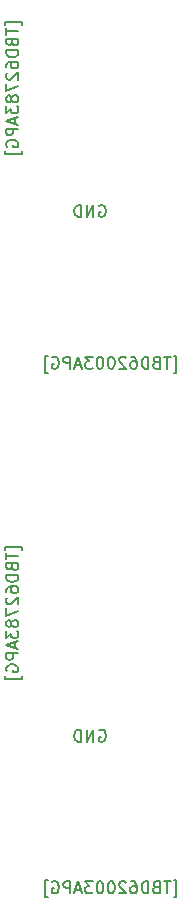
<source format=gbr>
%TF.GenerationSoftware,KiCad,Pcbnew,7.0.1*%
%TF.CreationDate,2023-05-14T01:33:17+09:00*%
%TF.ProjectId,___,62d8512e-6b69-4636-9164-5f7063625858,rev?*%
%TF.SameCoordinates,Original*%
%TF.FileFunction,Legend,Bot*%
%TF.FilePolarity,Positive*%
%FSLAX46Y46*%
G04 Gerber Fmt 4.6, Leading zero omitted, Abs format (unit mm)*
G04 Created by KiCad (PCBNEW 7.0.1) date 2023-05-14 01:33:17*
%MOMM*%
%LPD*%
G01*
G04 APERTURE LIST*
%ADD10C,0.150000*%
G04 APERTURE END LIST*
D10*
X205704290Y-61798552D02*
X205942385Y-61798552D01*
X205942385Y-61798552D02*
X205942385Y-60369980D01*
X205942385Y-60369980D02*
X205704290Y-60369980D01*
X205466194Y-60465219D02*
X204894766Y-60465219D01*
X205180480Y-61465219D02*
X205180480Y-60465219D01*
X204228099Y-60941409D02*
X204085242Y-60989028D01*
X204085242Y-60989028D02*
X204037623Y-61036647D01*
X204037623Y-61036647D02*
X203990004Y-61131885D01*
X203990004Y-61131885D02*
X203990004Y-61274742D01*
X203990004Y-61274742D02*
X204037623Y-61369980D01*
X204037623Y-61369980D02*
X204085242Y-61417600D01*
X204085242Y-61417600D02*
X204180480Y-61465219D01*
X204180480Y-61465219D02*
X204561432Y-61465219D01*
X204561432Y-61465219D02*
X204561432Y-60465219D01*
X204561432Y-60465219D02*
X204228099Y-60465219D01*
X204228099Y-60465219D02*
X204132861Y-60512838D01*
X204132861Y-60512838D02*
X204085242Y-60560457D01*
X204085242Y-60560457D02*
X204037623Y-60655695D01*
X204037623Y-60655695D02*
X204037623Y-60750933D01*
X204037623Y-60750933D02*
X204085242Y-60846171D01*
X204085242Y-60846171D02*
X204132861Y-60893790D01*
X204132861Y-60893790D02*
X204228099Y-60941409D01*
X204228099Y-60941409D02*
X204561432Y-60941409D01*
X203561432Y-61465219D02*
X203561432Y-60465219D01*
X203561432Y-60465219D02*
X203323337Y-60465219D01*
X203323337Y-60465219D02*
X203180480Y-60512838D01*
X203180480Y-60512838D02*
X203085242Y-60608076D01*
X203085242Y-60608076D02*
X203037623Y-60703314D01*
X203037623Y-60703314D02*
X202990004Y-60893790D01*
X202990004Y-60893790D02*
X202990004Y-61036647D01*
X202990004Y-61036647D02*
X203037623Y-61227123D01*
X203037623Y-61227123D02*
X203085242Y-61322361D01*
X203085242Y-61322361D02*
X203180480Y-61417600D01*
X203180480Y-61417600D02*
X203323337Y-61465219D01*
X203323337Y-61465219D02*
X203561432Y-61465219D01*
X202132861Y-60465219D02*
X202323337Y-60465219D01*
X202323337Y-60465219D02*
X202418575Y-60512838D01*
X202418575Y-60512838D02*
X202466194Y-60560457D01*
X202466194Y-60560457D02*
X202561432Y-60703314D01*
X202561432Y-60703314D02*
X202609051Y-60893790D01*
X202609051Y-60893790D02*
X202609051Y-61274742D01*
X202609051Y-61274742D02*
X202561432Y-61369980D01*
X202561432Y-61369980D02*
X202513813Y-61417600D01*
X202513813Y-61417600D02*
X202418575Y-61465219D01*
X202418575Y-61465219D02*
X202228099Y-61465219D01*
X202228099Y-61465219D02*
X202132861Y-61417600D01*
X202132861Y-61417600D02*
X202085242Y-61369980D01*
X202085242Y-61369980D02*
X202037623Y-61274742D01*
X202037623Y-61274742D02*
X202037623Y-61036647D01*
X202037623Y-61036647D02*
X202085242Y-60941409D01*
X202085242Y-60941409D02*
X202132861Y-60893790D01*
X202132861Y-60893790D02*
X202228099Y-60846171D01*
X202228099Y-60846171D02*
X202418575Y-60846171D01*
X202418575Y-60846171D02*
X202513813Y-60893790D01*
X202513813Y-60893790D02*
X202561432Y-60941409D01*
X202561432Y-60941409D02*
X202609051Y-61036647D01*
X201656670Y-60560457D02*
X201609051Y-60512838D01*
X201609051Y-60512838D02*
X201513813Y-60465219D01*
X201513813Y-60465219D02*
X201275718Y-60465219D01*
X201275718Y-60465219D02*
X201180480Y-60512838D01*
X201180480Y-60512838D02*
X201132861Y-60560457D01*
X201132861Y-60560457D02*
X201085242Y-60655695D01*
X201085242Y-60655695D02*
X201085242Y-60750933D01*
X201085242Y-60750933D02*
X201132861Y-60893790D01*
X201132861Y-60893790D02*
X201704289Y-61465219D01*
X201704289Y-61465219D02*
X201085242Y-61465219D01*
X200466194Y-60465219D02*
X200370956Y-60465219D01*
X200370956Y-60465219D02*
X200275718Y-60512838D01*
X200275718Y-60512838D02*
X200228099Y-60560457D01*
X200228099Y-60560457D02*
X200180480Y-60655695D01*
X200180480Y-60655695D02*
X200132861Y-60846171D01*
X200132861Y-60846171D02*
X200132861Y-61084266D01*
X200132861Y-61084266D02*
X200180480Y-61274742D01*
X200180480Y-61274742D02*
X200228099Y-61369980D01*
X200228099Y-61369980D02*
X200275718Y-61417600D01*
X200275718Y-61417600D02*
X200370956Y-61465219D01*
X200370956Y-61465219D02*
X200466194Y-61465219D01*
X200466194Y-61465219D02*
X200561432Y-61417600D01*
X200561432Y-61417600D02*
X200609051Y-61369980D01*
X200609051Y-61369980D02*
X200656670Y-61274742D01*
X200656670Y-61274742D02*
X200704289Y-61084266D01*
X200704289Y-61084266D02*
X200704289Y-60846171D01*
X200704289Y-60846171D02*
X200656670Y-60655695D01*
X200656670Y-60655695D02*
X200609051Y-60560457D01*
X200609051Y-60560457D02*
X200561432Y-60512838D01*
X200561432Y-60512838D02*
X200466194Y-60465219D01*
X199513813Y-60465219D02*
X199418575Y-60465219D01*
X199418575Y-60465219D02*
X199323337Y-60512838D01*
X199323337Y-60512838D02*
X199275718Y-60560457D01*
X199275718Y-60560457D02*
X199228099Y-60655695D01*
X199228099Y-60655695D02*
X199180480Y-60846171D01*
X199180480Y-60846171D02*
X199180480Y-61084266D01*
X199180480Y-61084266D02*
X199228099Y-61274742D01*
X199228099Y-61274742D02*
X199275718Y-61369980D01*
X199275718Y-61369980D02*
X199323337Y-61417600D01*
X199323337Y-61417600D02*
X199418575Y-61465219D01*
X199418575Y-61465219D02*
X199513813Y-61465219D01*
X199513813Y-61465219D02*
X199609051Y-61417600D01*
X199609051Y-61417600D02*
X199656670Y-61369980D01*
X199656670Y-61369980D02*
X199704289Y-61274742D01*
X199704289Y-61274742D02*
X199751908Y-61084266D01*
X199751908Y-61084266D02*
X199751908Y-60846171D01*
X199751908Y-60846171D02*
X199704289Y-60655695D01*
X199704289Y-60655695D02*
X199656670Y-60560457D01*
X199656670Y-60560457D02*
X199609051Y-60512838D01*
X199609051Y-60512838D02*
X199513813Y-60465219D01*
X198847146Y-60465219D02*
X198228099Y-60465219D01*
X198228099Y-60465219D02*
X198561432Y-60846171D01*
X198561432Y-60846171D02*
X198418575Y-60846171D01*
X198418575Y-60846171D02*
X198323337Y-60893790D01*
X198323337Y-60893790D02*
X198275718Y-60941409D01*
X198275718Y-60941409D02*
X198228099Y-61036647D01*
X198228099Y-61036647D02*
X198228099Y-61274742D01*
X198228099Y-61274742D02*
X198275718Y-61369980D01*
X198275718Y-61369980D02*
X198323337Y-61417600D01*
X198323337Y-61417600D02*
X198418575Y-61465219D01*
X198418575Y-61465219D02*
X198704289Y-61465219D01*
X198704289Y-61465219D02*
X198799527Y-61417600D01*
X198799527Y-61417600D02*
X198847146Y-61369980D01*
X197847146Y-61179504D02*
X197370956Y-61179504D01*
X197942384Y-61465219D02*
X197609051Y-60465219D01*
X197609051Y-60465219D02*
X197275718Y-61465219D01*
X196942384Y-61465219D02*
X196942384Y-60465219D01*
X196942384Y-60465219D02*
X196561432Y-60465219D01*
X196561432Y-60465219D02*
X196466194Y-60512838D01*
X196466194Y-60512838D02*
X196418575Y-60560457D01*
X196418575Y-60560457D02*
X196370956Y-60655695D01*
X196370956Y-60655695D02*
X196370956Y-60798552D01*
X196370956Y-60798552D02*
X196418575Y-60893790D01*
X196418575Y-60893790D02*
X196466194Y-60941409D01*
X196466194Y-60941409D02*
X196561432Y-60989028D01*
X196561432Y-60989028D02*
X196942384Y-60989028D01*
X195418575Y-60512838D02*
X195513813Y-60465219D01*
X195513813Y-60465219D02*
X195656670Y-60465219D01*
X195656670Y-60465219D02*
X195799527Y-60512838D01*
X195799527Y-60512838D02*
X195894765Y-60608076D01*
X195894765Y-60608076D02*
X195942384Y-60703314D01*
X195942384Y-60703314D02*
X195990003Y-60893790D01*
X195990003Y-60893790D02*
X195990003Y-61036647D01*
X195990003Y-61036647D02*
X195942384Y-61227123D01*
X195942384Y-61227123D02*
X195894765Y-61322361D01*
X195894765Y-61322361D02*
X195799527Y-61417600D01*
X195799527Y-61417600D02*
X195656670Y-61465219D01*
X195656670Y-61465219D02*
X195561432Y-61465219D01*
X195561432Y-61465219D02*
X195418575Y-61417600D01*
X195418575Y-61417600D02*
X195370956Y-61369980D01*
X195370956Y-61369980D02*
X195370956Y-61036647D01*
X195370956Y-61036647D02*
X195561432Y-61036647D01*
X195037622Y-61798552D02*
X194799527Y-61798552D01*
X194799527Y-61798552D02*
X194799527Y-60369980D01*
X194799527Y-60369980D02*
X195037622Y-60369980D01*
X205704290Y-106216552D02*
X205942385Y-106216552D01*
X205942385Y-106216552D02*
X205942385Y-104787980D01*
X205942385Y-104787980D02*
X205704290Y-104787980D01*
X205466194Y-104883219D02*
X204894766Y-104883219D01*
X205180480Y-105883219D02*
X205180480Y-104883219D01*
X204228099Y-105359409D02*
X204085242Y-105407028D01*
X204085242Y-105407028D02*
X204037623Y-105454647D01*
X204037623Y-105454647D02*
X203990004Y-105549885D01*
X203990004Y-105549885D02*
X203990004Y-105692742D01*
X203990004Y-105692742D02*
X204037623Y-105787980D01*
X204037623Y-105787980D02*
X204085242Y-105835600D01*
X204085242Y-105835600D02*
X204180480Y-105883219D01*
X204180480Y-105883219D02*
X204561432Y-105883219D01*
X204561432Y-105883219D02*
X204561432Y-104883219D01*
X204561432Y-104883219D02*
X204228099Y-104883219D01*
X204228099Y-104883219D02*
X204132861Y-104930838D01*
X204132861Y-104930838D02*
X204085242Y-104978457D01*
X204085242Y-104978457D02*
X204037623Y-105073695D01*
X204037623Y-105073695D02*
X204037623Y-105168933D01*
X204037623Y-105168933D02*
X204085242Y-105264171D01*
X204085242Y-105264171D02*
X204132861Y-105311790D01*
X204132861Y-105311790D02*
X204228099Y-105359409D01*
X204228099Y-105359409D02*
X204561432Y-105359409D01*
X203561432Y-105883219D02*
X203561432Y-104883219D01*
X203561432Y-104883219D02*
X203323337Y-104883219D01*
X203323337Y-104883219D02*
X203180480Y-104930838D01*
X203180480Y-104930838D02*
X203085242Y-105026076D01*
X203085242Y-105026076D02*
X203037623Y-105121314D01*
X203037623Y-105121314D02*
X202990004Y-105311790D01*
X202990004Y-105311790D02*
X202990004Y-105454647D01*
X202990004Y-105454647D02*
X203037623Y-105645123D01*
X203037623Y-105645123D02*
X203085242Y-105740361D01*
X203085242Y-105740361D02*
X203180480Y-105835600D01*
X203180480Y-105835600D02*
X203323337Y-105883219D01*
X203323337Y-105883219D02*
X203561432Y-105883219D01*
X202132861Y-104883219D02*
X202323337Y-104883219D01*
X202323337Y-104883219D02*
X202418575Y-104930838D01*
X202418575Y-104930838D02*
X202466194Y-104978457D01*
X202466194Y-104978457D02*
X202561432Y-105121314D01*
X202561432Y-105121314D02*
X202609051Y-105311790D01*
X202609051Y-105311790D02*
X202609051Y-105692742D01*
X202609051Y-105692742D02*
X202561432Y-105787980D01*
X202561432Y-105787980D02*
X202513813Y-105835600D01*
X202513813Y-105835600D02*
X202418575Y-105883219D01*
X202418575Y-105883219D02*
X202228099Y-105883219D01*
X202228099Y-105883219D02*
X202132861Y-105835600D01*
X202132861Y-105835600D02*
X202085242Y-105787980D01*
X202085242Y-105787980D02*
X202037623Y-105692742D01*
X202037623Y-105692742D02*
X202037623Y-105454647D01*
X202037623Y-105454647D02*
X202085242Y-105359409D01*
X202085242Y-105359409D02*
X202132861Y-105311790D01*
X202132861Y-105311790D02*
X202228099Y-105264171D01*
X202228099Y-105264171D02*
X202418575Y-105264171D01*
X202418575Y-105264171D02*
X202513813Y-105311790D01*
X202513813Y-105311790D02*
X202561432Y-105359409D01*
X202561432Y-105359409D02*
X202609051Y-105454647D01*
X201656670Y-104978457D02*
X201609051Y-104930838D01*
X201609051Y-104930838D02*
X201513813Y-104883219D01*
X201513813Y-104883219D02*
X201275718Y-104883219D01*
X201275718Y-104883219D02*
X201180480Y-104930838D01*
X201180480Y-104930838D02*
X201132861Y-104978457D01*
X201132861Y-104978457D02*
X201085242Y-105073695D01*
X201085242Y-105073695D02*
X201085242Y-105168933D01*
X201085242Y-105168933D02*
X201132861Y-105311790D01*
X201132861Y-105311790D02*
X201704289Y-105883219D01*
X201704289Y-105883219D02*
X201085242Y-105883219D01*
X200466194Y-104883219D02*
X200370956Y-104883219D01*
X200370956Y-104883219D02*
X200275718Y-104930838D01*
X200275718Y-104930838D02*
X200228099Y-104978457D01*
X200228099Y-104978457D02*
X200180480Y-105073695D01*
X200180480Y-105073695D02*
X200132861Y-105264171D01*
X200132861Y-105264171D02*
X200132861Y-105502266D01*
X200132861Y-105502266D02*
X200180480Y-105692742D01*
X200180480Y-105692742D02*
X200228099Y-105787980D01*
X200228099Y-105787980D02*
X200275718Y-105835600D01*
X200275718Y-105835600D02*
X200370956Y-105883219D01*
X200370956Y-105883219D02*
X200466194Y-105883219D01*
X200466194Y-105883219D02*
X200561432Y-105835600D01*
X200561432Y-105835600D02*
X200609051Y-105787980D01*
X200609051Y-105787980D02*
X200656670Y-105692742D01*
X200656670Y-105692742D02*
X200704289Y-105502266D01*
X200704289Y-105502266D02*
X200704289Y-105264171D01*
X200704289Y-105264171D02*
X200656670Y-105073695D01*
X200656670Y-105073695D02*
X200609051Y-104978457D01*
X200609051Y-104978457D02*
X200561432Y-104930838D01*
X200561432Y-104930838D02*
X200466194Y-104883219D01*
X199513813Y-104883219D02*
X199418575Y-104883219D01*
X199418575Y-104883219D02*
X199323337Y-104930838D01*
X199323337Y-104930838D02*
X199275718Y-104978457D01*
X199275718Y-104978457D02*
X199228099Y-105073695D01*
X199228099Y-105073695D02*
X199180480Y-105264171D01*
X199180480Y-105264171D02*
X199180480Y-105502266D01*
X199180480Y-105502266D02*
X199228099Y-105692742D01*
X199228099Y-105692742D02*
X199275718Y-105787980D01*
X199275718Y-105787980D02*
X199323337Y-105835600D01*
X199323337Y-105835600D02*
X199418575Y-105883219D01*
X199418575Y-105883219D02*
X199513813Y-105883219D01*
X199513813Y-105883219D02*
X199609051Y-105835600D01*
X199609051Y-105835600D02*
X199656670Y-105787980D01*
X199656670Y-105787980D02*
X199704289Y-105692742D01*
X199704289Y-105692742D02*
X199751908Y-105502266D01*
X199751908Y-105502266D02*
X199751908Y-105264171D01*
X199751908Y-105264171D02*
X199704289Y-105073695D01*
X199704289Y-105073695D02*
X199656670Y-104978457D01*
X199656670Y-104978457D02*
X199609051Y-104930838D01*
X199609051Y-104930838D02*
X199513813Y-104883219D01*
X198847146Y-104883219D02*
X198228099Y-104883219D01*
X198228099Y-104883219D02*
X198561432Y-105264171D01*
X198561432Y-105264171D02*
X198418575Y-105264171D01*
X198418575Y-105264171D02*
X198323337Y-105311790D01*
X198323337Y-105311790D02*
X198275718Y-105359409D01*
X198275718Y-105359409D02*
X198228099Y-105454647D01*
X198228099Y-105454647D02*
X198228099Y-105692742D01*
X198228099Y-105692742D02*
X198275718Y-105787980D01*
X198275718Y-105787980D02*
X198323337Y-105835600D01*
X198323337Y-105835600D02*
X198418575Y-105883219D01*
X198418575Y-105883219D02*
X198704289Y-105883219D01*
X198704289Y-105883219D02*
X198799527Y-105835600D01*
X198799527Y-105835600D02*
X198847146Y-105787980D01*
X197847146Y-105597504D02*
X197370956Y-105597504D01*
X197942384Y-105883219D02*
X197609051Y-104883219D01*
X197609051Y-104883219D02*
X197275718Y-105883219D01*
X196942384Y-105883219D02*
X196942384Y-104883219D01*
X196942384Y-104883219D02*
X196561432Y-104883219D01*
X196561432Y-104883219D02*
X196466194Y-104930838D01*
X196466194Y-104930838D02*
X196418575Y-104978457D01*
X196418575Y-104978457D02*
X196370956Y-105073695D01*
X196370956Y-105073695D02*
X196370956Y-105216552D01*
X196370956Y-105216552D02*
X196418575Y-105311790D01*
X196418575Y-105311790D02*
X196466194Y-105359409D01*
X196466194Y-105359409D02*
X196561432Y-105407028D01*
X196561432Y-105407028D02*
X196942384Y-105407028D01*
X195418575Y-104930838D02*
X195513813Y-104883219D01*
X195513813Y-104883219D02*
X195656670Y-104883219D01*
X195656670Y-104883219D02*
X195799527Y-104930838D01*
X195799527Y-104930838D02*
X195894765Y-105026076D01*
X195894765Y-105026076D02*
X195942384Y-105121314D01*
X195942384Y-105121314D02*
X195990003Y-105311790D01*
X195990003Y-105311790D02*
X195990003Y-105454647D01*
X195990003Y-105454647D02*
X195942384Y-105645123D01*
X195942384Y-105645123D02*
X195894765Y-105740361D01*
X195894765Y-105740361D02*
X195799527Y-105835600D01*
X195799527Y-105835600D02*
X195656670Y-105883219D01*
X195656670Y-105883219D02*
X195561432Y-105883219D01*
X195561432Y-105883219D02*
X195418575Y-105835600D01*
X195418575Y-105835600D02*
X195370956Y-105787980D01*
X195370956Y-105787980D02*
X195370956Y-105454647D01*
X195370956Y-105454647D02*
X195561432Y-105454647D01*
X195037622Y-106216552D02*
X194799527Y-106216552D01*
X194799527Y-106216552D02*
X194799527Y-104787980D01*
X194799527Y-104787980D02*
X195037622Y-104787980D01*
X192875452Y-32381809D02*
X192875452Y-32143714D01*
X192875452Y-32143714D02*
X191446880Y-32143714D01*
X191446880Y-32143714D02*
X191446880Y-32381809D01*
X191542119Y-32619905D02*
X191542119Y-33191333D01*
X192542119Y-32905619D02*
X191542119Y-32905619D01*
X192018309Y-33858000D02*
X192065928Y-34000857D01*
X192065928Y-34000857D02*
X192113547Y-34048476D01*
X192113547Y-34048476D02*
X192208785Y-34096095D01*
X192208785Y-34096095D02*
X192351642Y-34096095D01*
X192351642Y-34096095D02*
X192446880Y-34048476D01*
X192446880Y-34048476D02*
X192494500Y-34000857D01*
X192494500Y-34000857D02*
X192542119Y-33905619D01*
X192542119Y-33905619D02*
X192542119Y-33524667D01*
X192542119Y-33524667D02*
X191542119Y-33524667D01*
X191542119Y-33524667D02*
X191542119Y-33858000D01*
X191542119Y-33858000D02*
X191589738Y-33953238D01*
X191589738Y-33953238D02*
X191637357Y-34000857D01*
X191637357Y-34000857D02*
X191732595Y-34048476D01*
X191732595Y-34048476D02*
X191827833Y-34048476D01*
X191827833Y-34048476D02*
X191923071Y-34000857D01*
X191923071Y-34000857D02*
X191970690Y-33953238D01*
X191970690Y-33953238D02*
X192018309Y-33858000D01*
X192018309Y-33858000D02*
X192018309Y-33524667D01*
X192542119Y-34524667D02*
X191542119Y-34524667D01*
X191542119Y-34524667D02*
X191542119Y-34762762D01*
X191542119Y-34762762D02*
X191589738Y-34905619D01*
X191589738Y-34905619D02*
X191684976Y-35000857D01*
X191684976Y-35000857D02*
X191780214Y-35048476D01*
X191780214Y-35048476D02*
X191970690Y-35096095D01*
X191970690Y-35096095D02*
X192113547Y-35096095D01*
X192113547Y-35096095D02*
X192304023Y-35048476D01*
X192304023Y-35048476D02*
X192399261Y-35000857D01*
X192399261Y-35000857D02*
X192494500Y-34905619D01*
X192494500Y-34905619D02*
X192542119Y-34762762D01*
X192542119Y-34762762D02*
X192542119Y-34524667D01*
X191542119Y-35953238D02*
X191542119Y-35762762D01*
X191542119Y-35762762D02*
X191589738Y-35667524D01*
X191589738Y-35667524D02*
X191637357Y-35619905D01*
X191637357Y-35619905D02*
X191780214Y-35524667D01*
X191780214Y-35524667D02*
X191970690Y-35477048D01*
X191970690Y-35477048D02*
X192351642Y-35477048D01*
X192351642Y-35477048D02*
X192446880Y-35524667D01*
X192446880Y-35524667D02*
X192494500Y-35572286D01*
X192494500Y-35572286D02*
X192542119Y-35667524D01*
X192542119Y-35667524D02*
X192542119Y-35858000D01*
X192542119Y-35858000D02*
X192494500Y-35953238D01*
X192494500Y-35953238D02*
X192446880Y-36000857D01*
X192446880Y-36000857D02*
X192351642Y-36048476D01*
X192351642Y-36048476D02*
X192113547Y-36048476D01*
X192113547Y-36048476D02*
X192018309Y-36000857D01*
X192018309Y-36000857D02*
X191970690Y-35953238D01*
X191970690Y-35953238D02*
X191923071Y-35858000D01*
X191923071Y-35858000D02*
X191923071Y-35667524D01*
X191923071Y-35667524D02*
X191970690Y-35572286D01*
X191970690Y-35572286D02*
X192018309Y-35524667D01*
X192018309Y-35524667D02*
X192113547Y-35477048D01*
X191637357Y-36429429D02*
X191589738Y-36477048D01*
X191589738Y-36477048D02*
X191542119Y-36572286D01*
X191542119Y-36572286D02*
X191542119Y-36810381D01*
X191542119Y-36810381D02*
X191589738Y-36905619D01*
X191589738Y-36905619D02*
X191637357Y-36953238D01*
X191637357Y-36953238D02*
X191732595Y-37000857D01*
X191732595Y-37000857D02*
X191827833Y-37000857D01*
X191827833Y-37000857D02*
X191970690Y-36953238D01*
X191970690Y-36953238D02*
X192542119Y-36381810D01*
X192542119Y-36381810D02*
X192542119Y-37000857D01*
X191542119Y-37334191D02*
X191542119Y-38000857D01*
X191542119Y-38000857D02*
X192542119Y-37572286D01*
X191970690Y-38524667D02*
X191923071Y-38429429D01*
X191923071Y-38429429D02*
X191875452Y-38381810D01*
X191875452Y-38381810D02*
X191780214Y-38334191D01*
X191780214Y-38334191D02*
X191732595Y-38334191D01*
X191732595Y-38334191D02*
X191637357Y-38381810D01*
X191637357Y-38381810D02*
X191589738Y-38429429D01*
X191589738Y-38429429D02*
X191542119Y-38524667D01*
X191542119Y-38524667D02*
X191542119Y-38715143D01*
X191542119Y-38715143D02*
X191589738Y-38810381D01*
X191589738Y-38810381D02*
X191637357Y-38858000D01*
X191637357Y-38858000D02*
X191732595Y-38905619D01*
X191732595Y-38905619D02*
X191780214Y-38905619D01*
X191780214Y-38905619D02*
X191875452Y-38858000D01*
X191875452Y-38858000D02*
X191923071Y-38810381D01*
X191923071Y-38810381D02*
X191970690Y-38715143D01*
X191970690Y-38715143D02*
X191970690Y-38524667D01*
X191970690Y-38524667D02*
X192018309Y-38429429D01*
X192018309Y-38429429D02*
X192065928Y-38381810D01*
X192065928Y-38381810D02*
X192161166Y-38334191D01*
X192161166Y-38334191D02*
X192351642Y-38334191D01*
X192351642Y-38334191D02*
X192446880Y-38381810D01*
X192446880Y-38381810D02*
X192494500Y-38429429D01*
X192494500Y-38429429D02*
X192542119Y-38524667D01*
X192542119Y-38524667D02*
X192542119Y-38715143D01*
X192542119Y-38715143D02*
X192494500Y-38810381D01*
X192494500Y-38810381D02*
X192446880Y-38858000D01*
X192446880Y-38858000D02*
X192351642Y-38905619D01*
X192351642Y-38905619D02*
X192161166Y-38905619D01*
X192161166Y-38905619D02*
X192065928Y-38858000D01*
X192065928Y-38858000D02*
X192018309Y-38810381D01*
X192018309Y-38810381D02*
X191970690Y-38715143D01*
X191542119Y-39238953D02*
X191542119Y-39858000D01*
X191542119Y-39858000D02*
X191923071Y-39524667D01*
X191923071Y-39524667D02*
X191923071Y-39667524D01*
X191923071Y-39667524D02*
X191970690Y-39762762D01*
X191970690Y-39762762D02*
X192018309Y-39810381D01*
X192018309Y-39810381D02*
X192113547Y-39858000D01*
X192113547Y-39858000D02*
X192351642Y-39858000D01*
X192351642Y-39858000D02*
X192446880Y-39810381D01*
X192446880Y-39810381D02*
X192494500Y-39762762D01*
X192494500Y-39762762D02*
X192542119Y-39667524D01*
X192542119Y-39667524D02*
X192542119Y-39381810D01*
X192542119Y-39381810D02*
X192494500Y-39286572D01*
X192494500Y-39286572D02*
X192446880Y-39238953D01*
X192256404Y-40238953D02*
X192256404Y-40715143D01*
X192542119Y-40143715D02*
X191542119Y-40477048D01*
X191542119Y-40477048D02*
X192542119Y-40810381D01*
X192542119Y-41143715D02*
X191542119Y-41143715D01*
X191542119Y-41143715D02*
X191542119Y-41524667D01*
X191542119Y-41524667D02*
X191589738Y-41619905D01*
X191589738Y-41619905D02*
X191637357Y-41667524D01*
X191637357Y-41667524D02*
X191732595Y-41715143D01*
X191732595Y-41715143D02*
X191875452Y-41715143D01*
X191875452Y-41715143D02*
X191970690Y-41667524D01*
X191970690Y-41667524D02*
X192018309Y-41619905D01*
X192018309Y-41619905D02*
X192065928Y-41524667D01*
X192065928Y-41524667D02*
X192065928Y-41143715D01*
X191589738Y-42667524D02*
X191542119Y-42572286D01*
X191542119Y-42572286D02*
X191542119Y-42429429D01*
X191542119Y-42429429D02*
X191589738Y-42286572D01*
X191589738Y-42286572D02*
X191684976Y-42191334D01*
X191684976Y-42191334D02*
X191780214Y-42143715D01*
X191780214Y-42143715D02*
X191970690Y-42096096D01*
X191970690Y-42096096D02*
X192113547Y-42096096D01*
X192113547Y-42096096D02*
X192304023Y-42143715D01*
X192304023Y-42143715D02*
X192399261Y-42191334D01*
X192399261Y-42191334D02*
X192494500Y-42286572D01*
X192494500Y-42286572D02*
X192542119Y-42429429D01*
X192542119Y-42429429D02*
X192542119Y-42524667D01*
X192542119Y-42524667D02*
X192494500Y-42667524D01*
X192494500Y-42667524D02*
X192446880Y-42715143D01*
X192446880Y-42715143D02*
X192113547Y-42715143D01*
X192113547Y-42715143D02*
X192113547Y-42524667D01*
X192875452Y-43048477D02*
X192875452Y-43286572D01*
X192875452Y-43286572D02*
X191446880Y-43286572D01*
X191446880Y-43286572D02*
X191446880Y-43048477D01*
X192875452Y-76799809D02*
X192875452Y-76561714D01*
X192875452Y-76561714D02*
X191446880Y-76561714D01*
X191446880Y-76561714D02*
X191446880Y-76799809D01*
X191542119Y-77037905D02*
X191542119Y-77609333D01*
X192542119Y-77323619D02*
X191542119Y-77323619D01*
X192018309Y-78276000D02*
X192065928Y-78418857D01*
X192065928Y-78418857D02*
X192113547Y-78466476D01*
X192113547Y-78466476D02*
X192208785Y-78514095D01*
X192208785Y-78514095D02*
X192351642Y-78514095D01*
X192351642Y-78514095D02*
X192446880Y-78466476D01*
X192446880Y-78466476D02*
X192494500Y-78418857D01*
X192494500Y-78418857D02*
X192542119Y-78323619D01*
X192542119Y-78323619D02*
X192542119Y-77942667D01*
X192542119Y-77942667D02*
X191542119Y-77942667D01*
X191542119Y-77942667D02*
X191542119Y-78276000D01*
X191542119Y-78276000D02*
X191589738Y-78371238D01*
X191589738Y-78371238D02*
X191637357Y-78418857D01*
X191637357Y-78418857D02*
X191732595Y-78466476D01*
X191732595Y-78466476D02*
X191827833Y-78466476D01*
X191827833Y-78466476D02*
X191923071Y-78418857D01*
X191923071Y-78418857D02*
X191970690Y-78371238D01*
X191970690Y-78371238D02*
X192018309Y-78276000D01*
X192018309Y-78276000D02*
X192018309Y-77942667D01*
X192542119Y-78942667D02*
X191542119Y-78942667D01*
X191542119Y-78942667D02*
X191542119Y-79180762D01*
X191542119Y-79180762D02*
X191589738Y-79323619D01*
X191589738Y-79323619D02*
X191684976Y-79418857D01*
X191684976Y-79418857D02*
X191780214Y-79466476D01*
X191780214Y-79466476D02*
X191970690Y-79514095D01*
X191970690Y-79514095D02*
X192113547Y-79514095D01*
X192113547Y-79514095D02*
X192304023Y-79466476D01*
X192304023Y-79466476D02*
X192399261Y-79418857D01*
X192399261Y-79418857D02*
X192494500Y-79323619D01*
X192494500Y-79323619D02*
X192542119Y-79180762D01*
X192542119Y-79180762D02*
X192542119Y-78942667D01*
X191542119Y-80371238D02*
X191542119Y-80180762D01*
X191542119Y-80180762D02*
X191589738Y-80085524D01*
X191589738Y-80085524D02*
X191637357Y-80037905D01*
X191637357Y-80037905D02*
X191780214Y-79942667D01*
X191780214Y-79942667D02*
X191970690Y-79895048D01*
X191970690Y-79895048D02*
X192351642Y-79895048D01*
X192351642Y-79895048D02*
X192446880Y-79942667D01*
X192446880Y-79942667D02*
X192494500Y-79990286D01*
X192494500Y-79990286D02*
X192542119Y-80085524D01*
X192542119Y-80085524D02*
X192542119Y-80276000D01*
X192542119Y-80276000D02*
X192494500Y-80371238D01*
X192494500Y-80371238D02*
X192446880Y-80418857D01*
X192446880Y-80418857D02*
X192351642Y-80466476D01*
X192351642Y-80466476D02*
X192113547Y-80466476D01*
X192113547Y-80466476D02*
X192018309Y-80418857D01*
X192018309Y-80418857D02*
X191970690Y-80371238D01*
X191970690Y-80371238D02*
X191923071Y-80276000D01*
X191923071Y-80276000D02*
X191923071Y-80085524D01*
X191923071Y-80085524D02*
X191970690Y-79990286D01*
X191970690Y-79990286D02*
X192018309Y-79942667D01*
X192018309Y-79942667D02*
X192113547Y-79895048D01*
X191637357Y-80847429D02*
X191589738Y-80895048D01*
X191589738Y-80895048D02*
X191542119Y-80990286D01*
X191542119Y-80990286D02*
X191542119Y-81228381D01*
X191542119Y-81228381D02*
X191589738Y-81323619D01*
X191589738Y-81323619D02*
X191637357Y-81371238D01*
X191637357Y-81371238D02*
X191732595Y-81418857D01*
X191732595Y-81418857D02*
X191827833Y-81418857D01*
X191827833Y-81418857D02*
X191970690Y-81371238D01*
X191970690Y-81371238D02*
X192542119Y-80799810D01*
X192542119Y-80799810D02*
X192542119Y-81418857D01*
X191542119Y-81752191D02*
X191542119Y-82418857D01*
X191542119Y-82418857D02*
X192542119Y-81990286D01*
X191970690Y-82942667D02*
X191923071Y-82847429D01*
X191923071Y-82847429D02*
X191875452Y-82799810D01*
X191875452Y-82799810D02*
X191780214Y-82752191D01*
X191780214Y-82752191D02*
X191732595Y-82752191D01*
X191732595Y-82752191D02*
X191637357Y-82799810D01*
X191637357Y-82799810D02*
X191589738Y-82847429D01*
X191589738Y-82847429D02*
X191542119Y-82942667D01*
X191542119Y-82942667D02*
X191542119Y-83133143D01*
X191542119Y-83133143D02*
X191589738Y-83228381D01*
X191589738Y-83228381D02*
X191637357Y-83276000D01*
X191637357Y-83276000D02*
X191732595Y-83323619D01*
X191732595Y-83323619D02*
X191780214Y-83323619D01*
X191780214Y-83323619D02*
X191875452Y-83276000D01*
X191875452Y-83276000D02*
X191923071Y-83228381D01*
X191923071Y-83228381D02*
X191970690Y-83133143D01*
X191970690Y-83133143D02*
X191970690Y-82942667D01*
X191970690Y-82942667D02*
X192018309Y-82847429D01*
X192018309Y-82847429D02*
X192065928Y-82799810D01*
X192065928Y-82799810D02*
X192161166Y-82752191D01*
X192161166Y-82752191D02*
X192351642Y-82752191D01*
X192351642Y-82752191D02*
X192446880Y-82799810D01*
X192446880Y-82799810D02*
X192494500Y-82847429D01*
X192494500Y-82847429D02*
X192542119Y-82942667D01*
X192542119Y-82942667D02*
X192542119Y-83133143D01*
X192542119Y-83133143D02*
X192494500Y-83228381D01*
X192494500Y-83228381D02*
X192446880Y-83276000D01*
X192446880Y-83276000D02*
X192351642Y-83323619D01*
X192351642Y-83323619D02*
X192161166Y-83323619D01*
X192161166Y-83323619D02*
X192065928Y-83276000D01*
X192065928Y-83276000D02*
X192018309Y-83228381D01*
X192018309Y-83228381D02*
X191970690Y-83133143D01*
X191542119Y-83656953D02*
X191542119Y-84276000D01*
X191542119Y-84276000D02*
X191923071Y-83942667D01*
X191923071Y-83942667D02*
X191923071Y-84085524D01*
X191923071Y-84085524D02*
X191970690Y-84180762D01*
X191970690Y-84180762D02*
X192018309Y-84228381D01*
X192018309Y-84228381D02*
X192113547Y-84276000D01*
X192113547Y-84276000D02*
X192351642Y-84276000D01*
X192351642Y-84276000D02*
X192446880Y-84228381D01*
X192446880Y-84228381D02*
X192494500Y-84180762D01*
X192494500Y-84180762D02*
X192542119Y-84085524D01*
X192542119Y-84085524D02*
X192542119Y-83799810D01*
X192542119Y-83799810D02*
X192494500Y-83704572D01*
X192494500Y-83704572D02*
X192446880Y-83656953D01*
X192256404Y-84656953D02*
X192256404Y-85133143D01*
X192542119Y-84561715D02*
X191542119Y-84895048D01*
X191542119Y-84895048D02*
X192542119Y-85228381D01*
X192542119Y-85561715D02*
X191542119Y-85561715D01*
X191542119Y-85561715D02*
X191542119Y-85942667D01*
X191542119Y-85942667D02*
X191589738Y-86037905D01*
X191589738Y-86037905D02*
X191637357Y-86085524D01*
X191637357Y-86085524D02*
X191732595Y-86133143D01*
X191732595Y-86133143D02*
X191875452Y-86133143D01*
X191875452Y-86133143D02*
X191970690Y-86085524D01*
X191970690Y-86085524D02*
X192018309Y-86037905D01*
X192018309Y-86037905D02*
X192065928Y-85942667D01*
X192065928Y-85942667D02*
X192065928Y-85561715D01*
X191589738Y-87085524D02*
X191542119Y-86990286D01*
X191542119Y-86990286D02*
X191542119Y-86847429D01*
X191542119Y-86847429D02*
X191589738Y-86704572D01*
X191589738Y-86704572D02*
X191684976Y-86609334D01*
X191684976Y-86609334D02*
X191780214Y-86561715D01*
X191780214Y-86561715D02*
X191970690Y-86514096D01*
X191970690Y-86514096D02*
X192113547Y-86514096D01*
X192113547Y-86514096D02*
X192304023Y-86561715D01*
X192304023Y-86561715D02*
X192399261Y-86609334D01*
X192399261Y-86609334D02*
X192494500Y-86704572D01*
X192494500Y-86704572D02*
X192542119Y-86847429D01*
X192542119Y-86847429D02*
X192542119Y-86942667D01*
X192542119Y-86942667D02*
X192494500Y-87085524D01*
X192494500Y-87085524D02*
X192446880Y-87133143D01*
X192446880Y-87133143D02*
X192113547Y-87133143D01*
X192113547Y-87133143D02*
X192113547Y-86942667D01*
X192875452Y-87466477D02*
X192875452Y-87704572D01*
X192875452Y-87704572D02*
X191446880Y-87704572D01*
X191446880Y-87704572D02*
X191446880Y-87466477D01*
X199395595Y-47674238D02*
X199490833Y-47626619D01*
X199490833Y-47626619D02*
X199633690Y-47626619D01*
X199633690Y-47626619D02*
X199776547Y-47674238D01*
X199776547Y-47674238D02*
X199871785Y-47769476D01*
X199871785Y-47769476D02*
X199919404Y-47864714D01*
X199919404Y-47864714D02*
X199967023Y-48055190D01*
X199967023Y-48055190D02*
X199967023Y-48198047D01*
X199967023Y-48198047D02*
X199919404Y-48388523D01*
X199919404Y-48388523D02*
X199871785Y-48483761D01*
X199871785Y-48483761D02*
X199776547Y-48579000D01*
X199776547Y-48579000D02*
X199633690Y-48626619D01*
X199633690Y-48626619D02*
X199538452Y-48626619D01*
X199538452Y-48626619D02*
X199395595Y-48579000D01*
X199395595Y-48579000D02*
X199347976Y-48531380D01*
X199347976Y-48531380D02*
X199347976Y-48198047D01*
X199347976Y-48198047D02*
X199538452Y-48198047D01*
X198919404Y-48626619D02*
X198919404Y-47626619D01*
X198919404Y-47626619D02*
X198347976Y-48626619D01*
X198347976Y-48626619D02*
X198347976Y-47626619D01*
X197871785Y-48626619D02*
X197871785Y-47626619D01*
X197871785Y-47626619D02*
X197633690Y-47626619D01*
X197633690Y-47626619D02*
X197490833Y-47674238D01*
X197490833Y-47674238D02*
X197395595Y-47769476D01*
X197395595Y-47769476D02*
X197347976Y-47864714D01*
X197347976Y-47864714D02*
X197300357Y-48055190D01*
X197300357Y-48055190D02*
X197300357Y-48198047D01*
X197300357Y-48198047D02*
X197347976Y-48388523D01*
X197347976Y-48388523D02*
X197395595Y-48483761D01*
X197395595Y-48483761D02*
X197490833Y-48579000D01*
X197490833Y-48579000D02*
X197633690Y-48626619D01*
X197633690Y-48626619D02*
X197871785Y-48626619D01*
X199395595Y-92092238D02*
X199490833Y-92044619D01*
X199490833Y-92044619D02*
X199633690Y-92044619D01*
X199633690Y-92044619D02*
X199776547Y-92092238D01*
X199776547Y-92092238D02*
X199871785Y-92187476D01*
X199871785Y-92187476D02*
X199919404Y-92282714D01*
X199919404Y-92282714D02*
X199967023Y-92473190D01*
X199967023Y-92473190D02*
X199967023Y-92616047D01*
X199967023Y-92616047D02*
X199919404Y-92806523D01*
X199919404Y-92806523D02*
X199871785Y-92901761D01*
X199871785Y-92901761D02*
X199776547Y-92997000D01*
X199776547Y-92997000D02*
X199633690Y-93044619D01*
X199633690Y-93044619D02*
X199538452Y-93044619D01*
X199538452Y-93044619D02*
X199395595Y-92997000D01*
X199395595Y-92997000D02*
X199347976Y-92949380D01*
X199347976Y-92949380D02*
X199347976Y-92616047D01*
X199347976Y-92616047D02*
X199538452Y-92616047D01*
X198919404Y-93044619D02*
X198919404Y-92044619D01*
X198919404Y-92044619D02*
X198347976Y-93044619D01*
X198347976Y-93044619D02*
X198347976Y-92044619D01*
X197871785Y-93044619D02*
X197871785Y-92044619D01*
X197871785Y-92044619D02*
X197633690Y-92044619D01*
X197633690Y-92044619D02*
X197490833Y-92092238D01*
X197490833Y-92092238D02*
X197395595Y-92187476D01*
X197395595Y-92187476D02*
X197347976Y-92282714D01*
X197347976Y-92282714D02*
X197300357Y-92473190D01*
X197300357Y-92473190D02*
X197300357Y-92616047D01*
X197300357Y-92616047D02*
X197347976Y-92806523D01*
X197347976Y-92806523D02*
X197395595Y-92901761D01*
X197395595Y-92901761D02*
X197490833Y-92997000D01*
X197490833Y-92997000D02*
X197633690Y-93044619D01*
X197633690Y-93044619D02*
X197871785Y-93044619D01*
M02*

</source>
